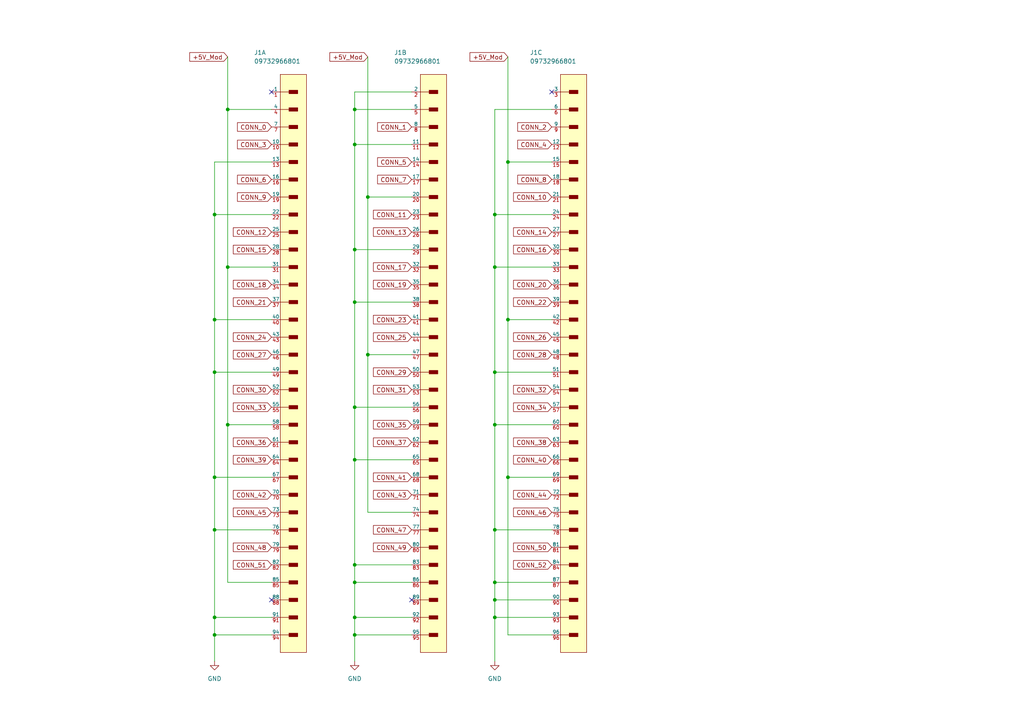
<source format=kicad_sch>
(kicad_sch (version 20211123) (generator eeschema)
  (paper "A4")
  (lib_symbols
    (symbol "Conn-09031966821:09031966921" (pin_names (offset 0))
      (property "Reference" "J" (at 0 7.62 0))
      (property "Value" "09031966921" (at 0 10.16 0))
      (symbol "09031966921_1_1"
        (rectangle (start -12.7 5.08) (end -5.08 -162.56) (fill (type background)))
        (rectangle (start -10.16 -156.972) (end -7.62 -157.988) (fill (type outline)))
        (rectangle (start -10.16 -151.892) (end -7.62 -152.908) (fill (type outline)))
        (rectangle (start -10.16 -146.812) (end -7.62 -147.828) (fill (type outline)))
        (rectangle (start -10.16 -141.732) (end -7.62 -142.748) (fill (type outline)))
        (rectangle (start -10.16 -136.652) (end -7.62 -137.668) (fill (type outline)))
        (rectangle (start -10.16 -131.572) (end -7.62 -132.588) (fill (type outline)))
        (rectangle (start -10.16 -126.492) (end -7.62 -127.508) (fill (type outline)))
        (rectangle (start -10.16 -121.412) (end -7.62 -122.428) (fill (type outline)))
        (rectangle (start -10.16 -116.332) (end -7.62 -117.348) (fill (type outline)))
        (rectangle (start -10.16 -111.252) (end -7.62 -112.268) (fill (type outline)))
        (rectangle (start -10.16 -106.172) (end -7.62 -107.188) (fill (type outline)))
        (rectangle (start -10.16 -101.092) (end -7.62 -102.108) (fill (type outline)))
        (rectangle (start -10.16 -96.012) (end -7.62 -97.028) (fill (type outline)))
        (rectangle (start -10.16 -90.932) (end -7.62 -91.948) (fill (type outline)))
        (rectangle (start -10.16 -85.852) (end -7.62 -86.868) (fill (type outline)))
        (rectangle (start -10.16 -80.772) (end -7.62 -81.788) (fill (type outline)))
        (rectangle (start -10.16 -75.692) (end -7.62 -76.708) (fill (type outline)))
        (rectangle (start -10.16 -70.612) (end -7.62 -71.628) (fill (type outline)))
        (rectangle (start -10.16 -65.532) (end -7.62 -66.548) (fill (type outline)))
        (rectangle (start -10.16 -60.452) (end -7.62 -61.468) (fill (type outline)))
        (rectangle (start -10.16 -55.372) (end -7.62 -56.388) (fill (type outline)))
        (rectangle (start -10.16 -50.292) (end -7.62 -51.308) (fill (type outline)))
        (rectangle (start -10.16 -45.212) (end -7.62 -46.228) (fill (type outline)))
        (rectangle (start -10.16 -40.132) (end -7.62 -41.148) (fill (type outline)))
        (rectangle (start -10.16 -35.052) (end -7.62 -36.068) (fill (type outline)))
        (rectangle (start -10.16 -29.972) (end -7.62 -30.988) (fill (type outline)))
        (rectangle (start -10.16 -24.892) (end -7.62 -25.908) (fill (type outline)))
        (rectangle (start -10.16 -19.812) (end -7.62 -20.828) (fill (type outline)))
        (rectangle (start -10.16 -14.732) (end -7.62 -15.748) (fill (type outline)))
        (rectangle (start -10.16 -9.652) (end -7.62 -10.668) (fill (type outline)))
        (rectangle (start -10.16 -4.572) (end -7.62 -5.588) (fill (type outline)))
        (rectangle (start -10.16 0.508) (end -7.62 -0.508) (fill (type outline)))
        (polyline (pts (xy -8.128 -157.48) (xy -5.08 -157.48)))
        (polyline (pts (xy -8.128 -152.4) (xy -5.08 -152.4)))
        (polyline (pts (xy -8.128 -147.32) (xy -5.08 -147.32)))
        (polyline (pts (xy -8.128 -142.24) (xy -5.08 -142.24)))
        (polyline (pts (xy -8.128 -137.16) (xy -5.08 -137.16)))
        (polyline (pts (xy -8.128 -132.08) (xy -5.08 -132.08)))
        (polyline (pts (xy -8.128 -127) (xy -5.08 -127)))
        (polyline (pts (xy -8.128 -121.92) (xy -5.08 -121.92)))
        (polyline (pts (xy -8.128 -116.84) (xy -5.08 -116.84)))
        (polyline (pts (xy -8.128 -111.76) (xy -5.08 -111.76)))
        (polyline (pts (xy -8.128 -106.68) (xy -5.08 -106.68)))
        (polyline (pts (xy -8.128 -101.6) (xy -5.08 -101.6)))
        (polyline (pts (xy -8.128 -96.52) (xy -5.08 -96.52)))
        (polyline (pts (xy -8.128 -91.44) (xy -5.08 -91.44)))
        (polyline (pts (xy -8.128 -86.36) (xy -5.08 -86.36)))
        (polyline (pts (xy -8.128 -81.28) (xy -5.08 -81.28)))
        (polyline (pts (xy -8.128 -76.2) (xy -5.08 -76.2)))
        (polyline (pts (xy -8.128 -71.12) (xy -5.08 -71.12)))
        (polyline (pts (xy -8.128 -66.04) (xy -5.08 -66.04)))
        (polyline (pts (xy -8.128 -60.96) (xy -5.08 -60.96)))
        (polyline (pts (xy -8.128 -55.88) (xy -5.08 -55.88)))
        (polyline (pts (xy -8.128 -50.8) (xy -5.08 -50.8)))
        (polyline (pts (xy -8.128 -45.72) (xy -5.08 -45.72)))
        (polyline (pts (xy -8.128 -40.64) (xy -5.08 -40.64)))
        (polyline (pts (xy -8.128 -35.56) (xy -5.08 -35.56)))
        (polyline (pts (xy -8.128 -30.48) (xy -5.08 -30.48)))
        (polyline (pts (xy -8.128 -25.4) (xy -5.08 -25.4)))
        (polyline (pts (xy -8.128 -20.32) (xy -5.08 -20.32)))
        (polyline (pts (xy -8.128 -15.24) (xy -5.08 -15.24)))
        (polyline (pts (xy -8.128 -10.16) (xy -5.08 -10.16)))
        (polyline (pts (xy -8.128 -5.08) (xy -5.08 -5.08)))
        (polyline (pts (xy -8.128 0) (xy -5.08 0)))
        (pin passive line (at -2.54 0 180) (length 2.54) (name "1") (number "1"))
        (pin passive line (at -2.54 -15.24 180) (length 2.54) (name "10") (number "10"))
        (pin passive line (at -2.54 -20.32 180) (length 2.54) (name "13") (number "13"))
        (pin passive line (at -2.54 -25.4 180) (length 2.54) (name "16") (number "16"))
        (pin passive line (at -2.54 -30.48 180) (length 2.54) (name "19") (number "19"))
        (pin passive line (at -2.54 -35.56 180) (length 2.54) (name "22") (number "22"))
        (pin passive line (at -2.54 -40.64 180) (length 2.54) (name "25") (number "25"))
        (pin passive line (at -2.54 -45.72 180) (length 2.54) (name "28") (number "28"))
        (pin passive line (at -2.54 -50.8 180) (length 2.54) (name "31") (number "31"))
        (pin passive line (at -2.54 -55.88 180) (length 2.54) (name "34") (number "34"))
        (pin passive line (at -2.54 -60.96 180) (length 2.54) (name "37") (number "37"))
        (pin passive line (at -2.54 -5.08 180) (length 2.54) (name "4") (number "4"))
        (pin passive line (at -2.54 -66.04 180) (length 2.54) (name "40") (number "40"))
        (pin passive line (at -2.54 -71.12 180) (length 2.54) (name "43") (number "43"))
        (pin passive line (at -2.54 -76.2 180) (length 2.54) (name "46") (number "46"))
        (pin passive line (at -2.54 -81.28 180) (length 2.54) (name "49") (number "49"))
        (pin passive line (at -2.54 -86.36 180) (length 2.54) (name "52") (number "52"))
        (pin passive line (at -2.54 -91.44 180) (length 2.54) (name "55") (number "55"))
        (pin passive line (at -2.54 -96.52 180) (length 2.54) (name "58") (number "58"))
        (pin passive line (at -2.54 -101.6 180) (length 2.54) (name "61") (number "61"))
        (pin passive line (at -2.54 -106.68 180) (length 2.54) (name "64") (number "64"))
        (pin passive line (at -2.54 -111.76 180) (length 2.54) (name "67") (number "67"))
        (pin passive line (at -2.54 -10.16 180) (length 2.54) (name "7") (number "7"))
        (pin passive line (at -2.54 -116.84 180) (length 2.54) (name "70") (number "70"))
        (pin passive line (at -2.54 -121.92 180) (length 2.54) (name "73") (number "73"))
        (pin passive line (at -2.54 -127 180) (length 2.54) (name "76") (number "76"))
        (pin passive line (at -2.54 -132.08 180) (length 2.54) (name "79") (number "79"))
        (pin passive line (at -2.54 -137.16 180) (length 2.54) (name "82") (number "82"))
        (pin passive line (at -2.54 -142.24 180) (length 2.54) (name "85") (number "85"))
        (pin passive line (at -2.54 -147.32 180) (length 2.54) (name "88") (number "88"))
        (pin passive line (at -2.54 -152.4 180) (length 2.54) (name "91") (number "91"))
        (pin passive line (at -2.54 -157.48 180) (length 2.54) (name "94") (number "94"))
      )
      (symbol "09031966921_2_1"
        (rectangle (start -12.7 5.08) (end -5.08 -162.56) (fill (type background)))
        (rectangle (start -10.16 -156.972) (end -7.62 -157.988) (fill (type outline)))
        (rectangle (start -10.16 -151.892) (end -7.62 -152.908) (fill (type outline)))
        (rectangle (start -10.16 -146.812) (end -7.62 -147.828) (fill (type outline)))
        (rectangle (start -10.16 -141.732) (end -7.62 -142.748) (fill (type outline)))
        (rectangle (start -10.16 -136.652) (end -7.62 -137.668) (fill (type outline)))
        (rectangle (start -10.16 -131.572) (end -7.62 -132.588) (fill (type outline)))
        (rectangle (start -10.16 -126.492) (end -7.62 -127.508) (fill (type outline)))
        (rectangle (start -10.16 -121.412) (end -7.62 -122.428) (fill (type outline)))
        (rectangle (start -10.16 -116.332) (end -7.62 -117.348) (fill (type outline)))
        (rectangle (start -10.16 -111.252) (end -7.62 -112.268) (fill (type outline)))
        (rectangle (start -10.16 -106.172) (end -7.62 -107.188) (fill (type outline)))
        (rectangle (start -10.16 -101.092) (end -7.62 -102.108) (fill (type outline)))
        (rectangle (start -10.16 -96.012) (end -7.62 -97.028) (fill (type outline)))
        (rectangle (start -10.16 -90.932) (end -7.62 -91.948) (fill (type outline)))
        (rectangle (start -10.16 -85.852) (end -7.62 -86.868) (fill (type outline)))
        (rectangle (start -10.16 -80.772) (end -7.62 -81.788) (fill (type outline)))
        (rectangle (start -10.16 -75.692) (end -7.62 -76.708) (fill (type outline)))
        (rectangle (start -10.16 -70.612) (end -7.62 -71.628) (fill (type outline)))
        (rectangle (start -10.16 -65.532) (end -7.62 -66.548) (fill (type outline)))
        (rectangle (start -10.16 -60.452) (end -7.62 -61.468) (fill (type outline)))
        (rectangle (start -10.16 -55.372) (end -7.62 -56.388) (fill (type outline)))
        (rectangle (start -10.16 -50.292) (end -7.62 -51.308) (fill (type outline)))
        (rectangle (start -10.16 -45.212) (end -7.62 -46.228) (fill (type outline)))
        (rectangle (start -10.16 -40.132) (end -7.62 -41.148) (fill (type outline)))
        (rectangle (start -10.16 -35.052) (end -7.62 -36.068) (fill (type outline)))
        (rectangle (start -10.16 -29.972) (end -7.62 -30.988) (fill (type outline)))
        (rectangle (start -10.16 -24.892) (end -7.62 -25.908) (fill (type outline)))
        (rectangle (start -10.16 -19.812) (end -7.62 -20.828) (fill (type outline)))
        (rectangle (start -10.16 -14.732) (end -7.62 -15.748) (fill (type outline)))
        (rectangle (start -10.16 -9.652) (end -7.62 -10.668) (fill (type outline)))
        (rectangle (start -10.16 -4.572) (end -7.62 -5.588) (fill (type outline)))
        (rectangle (start -10.16 0.508) (end -7.62 -0.508) (fill (type outline)))
        (polyline (pts (xy -8.128 -157.48) (xy -5.08 -157.48)))
        (polyline (pts (xy -8.128 -152.4) (xy -5.08 -152.4)))
        (polyline (pts (xy -8.128 -147.32) (xy -5.08 -147.32)))
        (polyline (pts (xy -8.128 -142.24) (xy -5.08 -142.24)))
        (polyline (pts (xy -8.128 -137.16) (xy -5.08 -137.16)))
        (polyline (pts (xy -8.128 -132.08) (xy -5.08 -132.08)))
        (polyline (pts (xy -8.128 -127) (xy -5.08 -127)))
        (polyline (pts (xy -8.128 -121.92) (xy -5.08 -121.92)))
        (polyline (pts (xy -8.128 -116.84) (xy -5.08 -116.84)))
        (polyline (pts (xy -8.128 -111.76) (xy -5.08 -111.76)))
        (polyline (pts (xy -8.128 -106.68) (xy -5.08 -106.68)))
        (polyline (pts (xy -8.128 -101.6) (xy -5.08 -101.6)))
        (polyline (pts (xy -8.128 -96.52) (xy -5.08 -96.52)))
        (polyline (pts (xy -8.128 -91.44) (xy -5.08 -91.44)))
        (polyline (pts (xy -8.128 -86.36) (xy -5.08 -86.36)))
        (polyline (pts (xy -8.128 -81.28) (xy -5.08 -81.28)))
        (polyline (pts (xy -8.128 -76.2) (xy -5.08 -76.2)))
        (polyline (pts (xy -8.128 -71.12) (xy -5.08 -71.12)))
        (polyline (pts (xy -8.128 -66.04) (xy -5.08 -66.04)))
        (polyline (pts (xy -8.128 -60.96) (xy -5.08 -60.96)))
        (polyline (pts (xy -8.128 -55.88) (xy -5.08 -55.88)))
        (polyline (pts (xy -8.128 -50.8) (xy -5.08 -50.8)))
        (polyline (pts (xy -8.128 -45.72) (xy -5.08 -45.72)))
        (polyline (pts (xy -8.128 -40.64) (xy -5.08 -40.64)))
        (polyline (pts (xy -8.128 -35.56) (xy -5.08 -35.56)))
        (polyline (pts (xy -8.128 -30.48) (xy -5.08 -30.48)))
        (polyline (pts (xy -8.128 -25.4) (xy -5.08 -25.4)))
        (polyline (pts (xy -8.128 -20.32) (xy -5.08 -20.32)))
        (polyline (pts (xy -8.128 -15.24) (xy -5.08 -15.24)))
        (polyline (pts (xy -8.128 -10.16) (xy -5.08 -10.16)))
        (polyline (pts (xy -8.128 -5.08) (xy -5.08 -5.08)))
        (polyline (pts (xy -8.128 0) (xy -5.08 0)))
        (pin passive line (at -2.54 -15.24 180) (length 2.54) (name "11") (number "11"))
        (pin passive line (at -2.54 -20.32 180) (length 2.54) (name "14") (number "14"))
        (pin passive line (at -2.54 -25.4 180) (length 2.54) (name "17") (number "17"))
        (pin passive line (at -2.54 0 180) (length 2.54) (name "2") (number "2"))
        (pin passive line (at -2.54 -30.48 180) (length 2.54) (name "20") (number "20"))
        (pin passive line (at -2.54 -35.56 180) (length 2.54) (name "23") (number "23"))
        (pin passive line (at -2.54 -40.64 180) (length 2.54) (name "26") (number "26"))
        (pin passive line (at -2.54 -45.72 180) (length 2.54) (name "29") (number "29"))
        (pin passive line (at -2.54 -50.8 180) (length 2.54) (name "32") (number "32"))
        (pin passive line (at -2.54 -55.88 180) (length 2.54) (name "35") (number "35"))
        (pin passive line (at -2.54 -60.96 180) (length 2.54) (name "38") (number "38"))
        (pin passive line (at -2.54 -66.04 180) (length 2.54) (name "41") (number "41"))
        (pin passive line (at -2.54 -71.12 180) (length 2.54) (name "44") (number "44"))
        (pin passive line (at -2.54 -76.2 180) (length 2.54) (name "47") (number "47"))
        (pin passive line (at -2.54 -5.08 180) (length 2.54) (name "5") (number "5"))
        (pin passive line (at -2.54 -81.28 180) (length 2.54) (name "50") (number "50"))
        (pin passive line (at -2.54 -86.36 180) (length 2.54) (name "53") (number "53"))
        (pin passive line (at -2.54 -91.44 180) (length 2.54) (name "56") (number "56"))
        (pin passive line (at -2.54 -96.52 180) (length 2.54) (name "59") (number "59"))
        (pin passive line (at -2.54 -101.6 180) (length 2.54) (name "62") (number "62"))
        (pin passive line (at -2.54 -106.68 180) (length 2.54) (name "65") (number "65"))
        (pin passive line (at -2.54 -111.76 180) (length 2.54) (name "68") (number "68"))
        (pin passive line (at -2.54 -116.84 180) (length 2.54) (name "71") (number "71"))
        (pin passive line (at -2.54 -121.92 180) (length 2.54) (name "74") (number "74"))
        (pin passive line (at -2.54 -127 180) (length 2.54) (name "77") (number "77"))
        (pin passive line (at -2.54 -10.16 180) (length 2.54) (name "8") (number "8"))
        (pin passive line (at -2.54 -132.08 180) (length 2.54) (name "80") (number "80"))
        (pin passive line (at -2.54 -137.16 180) (length 2.54) (name "83") (number "83"))
        (pin passive line (at -2.54 -142.24 180) (length 2.54) (name "86") (number "86"))
        (pin passive line (at -2.54 -147.32 180) (length 2.54) (name "89") (number "89"))
        (pin passive line (at -2.54 -152.4 180) (length 2.54) (name "92") (number "92"))
        (pin passive line (at -2.54 -157.48 180) (length 2.54) (name "95") (number "95"))
      )
      (symbol "09031966921_3_1"
        (rectangle (start -12.7 5.08) (end -5.08 -162.56) (fill (type background)))
        (rectangle (start -10.16 -156.972) (end -7.62 -157.988) (fill (type outline)))
        (rectangle (start -10.16 -151.892) (end -7.62 -152.908) (fill (type outline)))
        (rectangle (start -10.16 -146.812) (end -7.62 -147.828) (fill (type outline)))
        (rectangle (start -10.16 -141.732) (end -7.62 -142.748) (fill (type outline)))
        (rectangle (start -10.16 -136.652) (end -7.62 -137.668) (fill (type outline)))
        (rectangle (start -10.16 -131.572) (end -7.62 -132.588) (fill (type outline)))
        (rectangle (start -10.16 -126.492) (end -7.62 -127.508) (fill (type outline)))
        (rectangle (start -10.16 -121.412) (end -7.62 -122.428) (fill (type outline)))
        (rectangle (start -10.16 -116.332) (end -7.62 -117.348) (fill (type outline)))
        (rectangle (start -10.16 -111.252) (end -7.62 -112.268) (fill (type outline)))
        (rectangle (start -10.16 -106.172) (end -7.62 -107.188) (fill (type outline)))
        (rectangle (start -10.16 -101.092) (end -7.62 -102.108) (fill (type outline)))
        (rectangle (start -10.16 -96.012) (end -7.62 -97.028) (fill (type outline)))
        (rectangle (start -10.16 -90.932) (end -7.62 -91.948) (fill (type outline)))
        (rectangle (start -10.16 -85.852) (end -7.62 -86.868) (fill (type outline)))
        (rectangle (start -10.16 -80.772) (end -7.62 -81.788) (fill (type outline)))
        (rectangle (start -10.16 -75.692) (end -7.62 -76.708) (fill (type outline)))
        (rectangle (start -10.16 -70.612) (end -7.62 -71.628) (fill (type outline)))
        (rectangle (start -10.16 -65.532) (end -7.62 -66.548) (fill (type outline)))
        (rectangle (start -10.16 -60.452) (end -7.62 -61.468) (fill (type outline)))
        (rectangle (start -10.16 -55.372) (end -7.62 -56.388) (fill (type outline)))
        (rectangle (start -10.16 -50.292) (end -7.62 -51.308) (fill (type outline)))
        (rectangle (start -10.16 -45.212) (end -7.62 -46.228) (fill (type outline)))
        (rectangle (start -10.16 -40.132) (end -7.62 -41.148) (fill (type outline)))
        (rectangle (start -10.16 -35.052) (end -7.62 -36.068) (fill (type outline)))
        (rectangle (start -10.16 -29.972) (end -7.62 -30.988) (fill (type outline)))
        (rectangle (start -10.16 -24.892) (end -7.62 -25.908) (fill (type outline)))
        (rectangle (start -10.16 -19.812) (end -7.62 -20.828) (fill (type outline)))
        (rectangle (start -10.16 -14.732) (end -7.62 -15.748) (fill (type outline)))
        (rectangle (start -10.16 -9.652) (end -7.62 -10.668) (fill (type outline)))
        (rectangle (start -10.16 -4.572) (end -7.62 -5.588) (fill (type outline)))
        (rectangle (start -10.16 0.508) (end -7.62 -0.508) (fill (type outline)))
        (polyline (pts (xy -8.128 -157.48) (xy -5.08 -157.48)))
        (polyline (pts (xy -8.128 -152.4) (xy -5.08 -152.4)))
        (polyline (pts (xy -8.128 -147.32) (xy -5.08 -147.32)))
        (polyline (pts (xy -8.128 -142.24) (xy -5.08 -142.24)))
        (polyline (pts (xy -8.128 -137.16) (xy -5.08 -137.16)))
        (polyline (pts (xy -8.128 -132.08) (xy -5.08 -132.08)))
        (polyline (pts (xy -8.128 -127) (xy -5.08 -127)))
        (polyline (pts (xy -8.128 -121.92) (xy -5.08 -121.92)))
        (polyline (pts (xy -8.128 -116.84) (xy -5.08 -116.84)))
        (polyline (pts (xy -8.128 -111.76) (xy -5.08 -111.76)))
        (polyline (pts (xy -8.128 -106.68) (xy -5.08 -106.68)))
        (polyline (pts (xy -8.128 -101.6) (xy -5.08 -101.6)))
        (polyline (pts (xy -8.128 -96.52) (xy -5.08 -96.52)))
        (polyline (pts (xy -8.128 -91.44) (xy -5.08 -91.44)))
        (polyline (pts (xy -8.128 -86.36) (xy -5.08 -86.36)))
        (polyline (pts (xy -8.128 -81.28) (xy -5.08 -81.28)))
        (polyline (pts (xy -8.128 -76.2) (xy -5.08 -76.2)))
        (polyline (pts (xy -8.128 -71.12) (xy -5.08 -71.12)))
        (polyline (pts (xy -8.128 -66.04) (xy -5.08 -66.04)))
        (polyline (pts (xy -8.128 -60.96) (xy -5.08 -60.96)))
        (polyline (pts (xy -8.128 -55.88) (xy -5.08 -55.88)))
        (polyline (pts (xy -8.128 -50.8) (xy -5.08 -50.8)))
        (polyline (pts (xy -8.128 -45.72) (xy -5.08 -45.72)))
        (polyline (pts (xy -8.128 -40.64) (xy -5.08 -40.64)))
        (polyline (pts (xy -8.128 -35.56) (xy -5.08 -35.56)))
        (polyline (pts (xy -8.128 -30.48) (xy -5.08 -30.48)))
        (polyline (pts (xy -8.128 -25.4) (xy -5.08 -25.4)))
        (polyline (pts (xy -8.128 -20.32) (xy -5.08 -20.32)))
        (polyline (pts (xy -8.128 -15.24) (xy -5.08 -15.24)))
        (polyline (pts (xy -8.128 -10.16) (xy -5.08 -10.16)))
        (polyline (pts (xy -8.128 -5.08) (xy -5.08 -5.08)))
        (polyline (pts (xy -8.128 0) (xy -5.08 0)))
        (pin passive line (at -2.54 -15.24 180) (length 2.54) (name "12") (number "12"))
        (pin passive line (at -2.54 -20.32 180) (length 2.54) (name "15") (number "15"))
        (pin passive line (at -2.54 -25.4 180) (length 2.54) (name "18") (number "18"))
        (pin passive line (at -2.54 -30.48 180) (length 2.54) (name "21") (number "21"))
        (pin passive line (at -2.54 -35.56 180) (length 2.54) (name "24") (number "24"))
        (pin passive line (at -2.54 -40.64 180) (length 2.54) (name "27") (number "27"))
        (pin passive line (at -2.54 0 180) (length 2.54) (name "3") (number "3"))
        (pin passive line (at -2.54 -45.72 180) (length 2.54) (name "30") (number "30"))
        (pin passive line (at -2.54 -50.8 180) (length 2.54) (name "33") (number "33"))
        (pin passive line (at -2.54 -55.88 180) (length 2.54) (name "36") (number "36"))
        (pin passive line (at -2.54 -60.96 180) (length 2.54) (name "39") (number "39"))
        (pin passive line (at -2.54 -66.04 180) (length 2.54) (name "42") (number "42"))
        (pin passive line (at -2.54 -71.12 180) (length 2.54) (name "45") (number "45"))
        (pin passive line (at -2.54 -76.2 180) (length 2.54) (name "48") (number "48"))
        (pin passive line (at -2.54 -81.28 180) (length 2.54) (name "51") (number "51"))
        (pin passive line (at -2.54 -86.36 180) (length 2.54) (name "54") (number "54"))
        (pin passive line (at -2.54 -91.44 180) (length 2.54) (name "57") (number "57"))
        (pin passive line (at -2.54 -5.08 180) (length 2.54) (name "6") (number "6"))
        (pin passive line (at -2.54 -96.52 180) (length 2.54) (name "60") (number "60"))
        (pin passive line (at -2.54 -101.6 180) (length 2.54) (name "63") (number "63"))
        (pin passive line (at -2.54 -106.68 180) (length 2.54) (name "66") (number "66"))
        (pin passive line (at -2.54 -111.76 180) (length 2.54) (name "69") (number "69"))
        (pin passive line (at -2.54 -116.84 180) (length 2.54) (name "72") (number "72"))
        (pin passive line (at -2.54 -121.92 180) (length 2.54) (name "75") (number "75"))
        (pin passive line (at -2.54 -127 180) (length 2.54) (name "78") (number "78"))
        (pin passive line (at -2.54 -132.08 180) (length 2.54) (name "81") (number "81"))
        (pin passive line (at -2.54 -137.16 180) (length 2.54) (name "84") (number "84"))
        (pin passive line (at -2.54 -142.24 180) (length 2.54) (name "87") (number "87"))
        (pin passive line (at -2.54 -10.16 180) (length 2.54) (name "9") (number "9"))
        (pin passive line (at -2.54 -147.32 180) (length 2.54) (name "90") (number "90"))
        (pin passive line (at -2.54 -152.4 180) (length 2.54) (name "93") (number "93"))
        (pin passive line (at -2.54 -157.48 180) (length 2.54) (name "96") (number "96"))
      )
    )
    (symbol "power:GND" (power) (pin_names (offset 0))
      (property "Value" "GND" (at 0 -3.81 0))
      (symbol "GND_0_1"
        (polyline (pts (xy 0 0) (xy 0 -1.27) (xy 1.27 -1.27) (xy 0 -2.54) (xy -1.27 -1.27) (xy 0 -1.27)))
      )
      (symbol "GND_1_1"
        (pin power_in line (at 0 0 270) (length 0) hide (name "GND") (number "1"))
      )
    )
  )
  (junction (at 143.51 168.91))
  (junction (at 102.87 163.83))
  (junction (at 62.23 184.15))
  (junction (at 62.23 107.95))
  (junction (at 143.51 77.47))
  (junction (at 66.04 31.75))
  (junction (at 102.87 72.39))
  (junction (at 143.51 107.95))
  (junction (at 102.87 87.63))
  (junction (at 143.51 62.23))
  (junction (at 106.68 102.87))
  (junction (at 62.23 92.71))
  (junction (at 66.04 77.47))
  (junction (at 143.51 123.19))
  (junction (at 102.87 41.91))
  (junction (at 62.23 62.23))
  (junction (at 147.32 138.43))
  (junction (at 102.87 118.11))
  (junction (at 62.23 138.43))
  (junction (at 147.32 46.99))
  (junction (at 66.04 123.19))
  (junction (at 62.23 179.07))
  (junction (at 143.51 173.99))
  (junction (at 106.68 57.15))
  (junction (at 143.51 153.67))
  (junction (at 102.87 179.07))
  (junction (at 102.87 184.15))
  (junction (at 147.32 92.71))
  (junction (at 62.23 153.67))
  (junction (at 102.87 133.35))
  (junction (at 143.51 179.07))
  (junction (at 102.87 31.75))
  (junction (at 102.87 168.91))
  (no_connect (at 78.74 26.67))
  (no_connect (at 119.38 173.99))
  (no_connect (at 78.74 173.99))
  (no_connect (at 160.02 26.67))
  (wire (pts (xy 102.87 168.91) (xy 102.87 179.07)))
  (wire (pts (xy 102.87 163.83) (xy 102.87 168.91)))
  (wire (pts (xy 102.87 184.15) (xy 119.38 184.15)))
  (wire (pts (xy 106.68 102.87) (xy 106.68 148.59)))
  (wire (pts (xy 102.87 41.91) (xy 102.87 72.39)))
  (wire (pts (xy 62.23 62.23) (xy 62.23 92.71)))
  (wire (pts (xy 143.51 107.95) (xy 160.02 107.95)))
  (wire (pts (xy 102.87 87.63) (xy 119.38 87.63)))
  (wire (pts (xy 62.23 62.23) (xy 78.74 62.23)))
  (wire (pts (xy 143.51 107.95) (xy 143.51 123.19)))
  (wire (pts (xy 143.51 179.07) (xy 160.02 179.07)))
  (wire (pts (xy 143.51 62.23) (xy 143.51 77.47)))
  (wire (pts (xy 66.04 31.75) (xy 66.04 77.47)))
  (wire (pts (xy 66.04 123.19) (xy 66.04 168.91)))
  (wire (pts (xy 62.23 107.95) (xy 78.74 107.95)))
  (wire (pts (xy 143.51 77.47) (xy 143.51 107.95)))
  (wire (pts (xy 102.87 179.07) (xy 102.87 184.15)))
  (wire (pts (xy 102.87 26.67) (xy 119.38 26.67)))
  (wire (pts (xy 102.87 168.91) (xy 119.38 168.91)))
  (wire (pts (xy 147.32 138.43) (xy 147.32 184.15)))
  (wire (pts (xy 143.51 173.99) (xy 143.51 179.07)))
  (wire (pts (xy 102.87 133.35) (xy 102.87 163.83)))
  (wire (pts (xy 102.87 179.07) (xy 119.38 179.07)))
  (wire (pts (xy 147.32 92.71) (xy 147.32 138.43)))
  (wire (pts (xy 102.87 31.75) (xy 102.87 41.91)))
  (wire (pts (xy 62.23 153.67) (xy 62.23 179.07)))
  (wire (pts (xy 106.68 57.15) (xy 119.38 57.15)))
  (wire (pts (xy 62.23 107.95) (xy 62.23 138.43)))
  (wire (pts (xy 102.87 31.75) (xy 119.38 31.75)))
  (wire (pts (xy 102.87 87.63) (xy 102.87 118.11)))
  (wire (pts (xy 106.68 148.59) (xy 119.38 148.59)))
  (wire (pts (xy 143.51 153.67) (xy 143.51 168.91)))
  (wire (pts (xy 147.32 16.51) (xy 147.32 46.99)))
  (wire (pts (xy 143.51 62.23) (xy 160.02 62.23)))
  (wire (pts (xy 62.23 92.71) (xy 62.23 107.95)))
  (wire (pts (xy 66.04 168.91) (xy 78.74 168.91)))
  (wire (pts (xy 102.87 118.11) (xy 119.38 118.11)))
  (wire (pts (xy 66.04 16.51) (xy 66.04 31.75)))
  (wire (pts (xy 147.32 92.71) (xy 160.02 92.71)))
  (wire (pts (xy 62.23 184.15) (xy 62.23 191.77)))
  (wire (pts (xy 147.32 184.15) (xy 160.02 184.15)))
  (wire (pts (xy 102.87 133.35) (xy 119.38 133.35)))
  (wire (pts (xy 143.51 168.91) (xy 143.51 173.99)))
  (wire (pts (xy 143.51 31.75) (xy 143.51 62.23)))
  (wire (pts (xy 62.23 179.07) (xy 78.74 179.07)))
  (wire (pts (xy 143.51 123.19) (xy 143.51 153.67)))
  (wire (pts (xy 66.04 77.47) (xy 66.04 123.19)))
  (wire (pts (xy 62.23 138.43) (xy 62.23 153.67)))
  (wire (pts (xy 143.51 31.75) (xy 160.02 31.75)))
  (wire (pts (xy 102.87 26.67) (xy 102.87 31.75)))
  (wire (pts (xy 143.51 173.99) (xy 160.02 173.99)))
  (wire (pts (xy 143.51 123.19) (xy 160.02 123.19)))
  (wire (pts (xy 62.23 153.67) (xy 78.74 153.67)))
  (wire (pts (xy 143.51 77.47) (xy 160.02 77.47)))
  (wire (pts (xy 102.87 163.83) (xy 119.38 163.83)))
  (wire (pts (xy 66.04 123.19) (xy 78.74 123.19)))
  (wire (pts (xy 62.23 184.15) (xy 78.74 184.15)))
  (wire (pts (xy 102.87 72.39) (xy 102.87 87.63)))
  (wire (pts (xy 66.04 77.47) (xy 78.74 77.47)))
  (wire (pts (xy 143.51 153.67) (xy 160.02 153.67)))
  (wire (pts (xy 143.51 168.91) (xy 160.02 168.91)))
  (wire (pts (xy 143.51 179.07) (xy 143.51 191.77)))
  (wire (pts (xy 102.87 72.39) (xy 119.38 72.39)))
  (wire (pts (xy 62.23 138.43) (xy 78.74 138.43)))
  (wire (pts (xy 102.87 118.11) (xy 102.87 133.35)))
  (wire (pts (xy 147.32 46.99) (xy 147.32 92.71)))
  (wire (pts (xy 62.23 179.07) (xy 62.23 184.15)))
  (wire (pts (xy 106.68 57.15) (xy 106.68 102.87)))
  (wire (pts (xy 62.23 46.99) (xy 78.74 46.99)))
  (wire (pts (xy 147.32 46.99) (xy 160.02 46.99)))
  (wire (pts (xy 62.23 46.99) (xy 62.23 62.23)))
  (wire (pts (xy 102.87 41.91) (xy 119.38 41.91)))
  (wire (pts (xy 66.04 31.75) (xy 78.74 31.75)))
  (wire (pts (xy 62.23 92.71) (xy 78.74 92.71)))
  (wire (pts (xy 106.68 102.87) (xy 119.38 102.87)))
  (wire (pts (xy 102.87 184.15) (xy 102.87 191.77)))
  (wire (pts (xy 147.32 138.43) (xy 160.02 138.43)))
  (wire (pts (xy 106.68 16.51) (xy 106.68 57.15)))
  (global_label "CONN_20" (shape input) (at 160.02 82.55 180) (property "Intersheet References" "${INTERSHEET_REFS}" (at 147.6888 82.4706 0) (effects (justify right))))
  (global_label "CONN_30" (shape input) (at 78.74 113.03 180) (property "Intersheet References" "${INTERSHEET_REFS}" (at 66.4088 112.9506 0) (effects (justify right))))
  (global_label "CONN_29" (shape input) (at 119.38 107.95 180) (property "Intersheet References" "${INTERSHEET_REFS}" (at 107.0488 107.8706 0) (effects (justify right))))
  (global_label "CONN_5" (shape input) (at 119.38 46.99 180) (property "Intersheet References" "${INTERSHEET_REFS}" (at 109.5283 46.9106 0) (effects (justify right))))
  (global_label "CONN_25" (shape input) (at 119.38 97.79 180) (property "Intersheet References" "${INTERSHEET_REFS}" (at 107.0488 97.7106 0) (effects (justify right))))
  (global_label "CONN_37" (shape input) (at 119.38 128.27 180) (property "Intersheet References" "${INTERSHEET_REFS}" (at 107.0488 128.1906 0) (effects (justify right))))
  (global_label "CONN_44" (shape input) (at 160.02 143.51 180) (property "Intersheet References" "${INTERSHEET_REFS}" (at 147.6888 143.4306 0) (effects (justify right))))
  (global_label "CONN_45" (shape input) (at 78.74 148.59 180) (property "Intersheet References" "${INTERSHEET_REFS}" (at 66.4088 148.5106 0) (effects (justify right))))
  (global_label "CONN_4" (shape input) (at 160.02 41.91 180) (property "Intersheet References" "${INTERSHEET_REFS}" (at 150.1683 41.8306 0) (effects (justify right))))
  (global_label "CONN_48" (shape input) (at 78.74 158.75 180) (property "Intersheet References" "${INTERSHEET_REFS}" (at 66.4088 158.6706 0) (effects (justify right))))
  (global_label "CONN_22" (shape input) (at 160.02 87.63 180) (property "Intersheet References" "${INTERSHEET_REFS}" (at 147.6888 87.5506 0) (effects (justify right))))
  (global_label "CONN_0" (shape input) (at 78.74 36.83 180) (property "Intersheet References" "${INTERSHEET_REFS}" (at 68.8883 36.7506 0) (effects (justify right))))
  (global_label "CONN_24" (shape input) (at 78.74 97.79 180) (property "Intersheet References" "${INTERSHEET_REFS}" (at 66.4088 97.7106 0) (effects (justify right))))
  (global_label "CONN_47" (shape input) (at 119.38 153.67 180) (property "Intersheet References" "${INTERSHEET_REFS}" (at 107.0488 153.5906 0) (effects (justify right))))
  (global_label "CONN_50" (shape input) (at 160.02 158.75 180) (property "Intersheet References" "${INTERSHEET_REFS}" (at 147.6888 158.6706 0) (effects (justify right))))
  (global_label "CONN_52" (shape input) (at 160.02 163.83 180) (property "Intersheet References" "${INTERSHEET_REFS}" (at 147.6888 163.7506 0) (effects (justify right))))
  (global_label "CONN_28" (shape input) (at 160.02 102.87 180) (property "Intersheet References" "${INTERSHEET_REFS}" (at 147.6888 102.7906 0) (effects (justify right))))
  (global_label "CONN_17" (shape input) (at 119.38 77.47 180) (property "Intersheet References" "${INTERSHEET_REFS}" (at 107.0488 77.3906 0) (effects (justify right))))
  (global_label "CONN_51" (shape input) (at 78.74 163.83 180) (property "Intersheet References" "${INTERSHEET_REFS}" (at 66.4088 163.7506 0) (effects (justify right))))
  (global_label "CONN_38" (shape input) (at 160.02 128.27 180) (property "Intersheet References" "${INTERSHEET_REFS}" (at 147.6888 128.1906 0) (effects (justify right))))
  (global_label "CONN_26" (shape input) (at 160.02 97.79 180) (property "Intersheet References" "${INTERSHEET_REFS}" (at 147.6888 97.7106 0) (effects (justify right))))
  (global_label "+5V_Mod" (shape input) (at 66.04 16.51 180) (property "Intersheet References" "${INTERSHEET_REFS}" (at 55.0393 16.4306 0) (effects (justify right))))
  (global_label "CONN_13" (shape input) (at 119.38 67.31 180) (property "Intersheet References" "${INTERSHEET_REFS}" (at 107.0488 67.2306 0) (effects (justify right))))
  (global_label "CONN_6" (shape input) (at 78.74 52.07 180) (property "Intersheet References" "${INTERSHEET_REFS}" (at 68.8883 51.9906 0) (effects (justify right))))
  (global_label "CONN_43" (shape input) (at 119.38 143.51 180) (property "Intersheet References" "${INTERSHEET_REFS}" (at 107.0488 143.4306 0) (effects (justify right))))
  (global_label "CONN_2" (shape input) (at 160.02 36.83 180) (property "Intersheet References" "${INTERSHEET_REFS}" (at 150.1683 36.7506 0) (effects (justify right))))
  (global_label "CONN_36" (shape input) (at 78.74 128.27 180) (property "Intersheet References" "${INTERSHEET_REFS}" (at 66.4088 128.1906 0) (effects (justify right))))
  (global_label "CONN_18" (shape input) (at 78.74 82.55 180) (property "Intersheet References" "${INTERSHEET_REFS}" (at 66.4088 82.4706 0) (effects (justify right))))
  (global_label "+5V_Mod" (shape input) (at 147.32 16.51 180) (property "Intersheet References" "${INTERSHEET_REFS}" (at 136.3193 16.4306 0) (effects (justify right))))
  (global_label "CONN_15" (shape input) (at 78.74 72.39 180) (property "Intersheet References" "${INTERSHEET_REFS}" (at 66.4088 72.3106 0) (effects (justify right))))
  (global_label "+5V_Mod" (shape input) (at 106.68 16.51 180) (property "Intersheet References" "${INTERSHEET_REFS}" (at 95.6793 16.4306 0) (effects (justify right))))
  (global_label "CONN_10" (shape input) (at 160.02 57.15 180) (property "Intersheet References" "${INTERSHEET_REFS}" (at 147.6888 57.0706 0) (effects (justify right))))
  (global_label "CONN_42" (shape input) (at 78.74 143.51 180) (property "Intersheet References" "${INTERSHEET_REFS}" (at 66.4088 143.4306 0) (effects (justify right))))
  (global_label "CONN_3" (shape input) (at 78.74 41.91 180) (property "Intersheet References" "${INTERSHEET_REFS}" (at 68.8883 41.8306 0) (effects (justify right))))
  (global_label "CONN_8" (shape input) (at 160.02 52.07 180) (property "Intersheet References" "${INTERSHEET_REFS}" (at 150.1683 51.9906 0) (effects (justify right))))
  (global_label "CONN_19" (shape input) (at 119.38 82.55 180) (property "Intersheet References" "${INTERSHEET_REFS}" (at 107.0488 82.4706 0) (effects (justify right))))
  (global_label "CONN_23" (shape input) (at 119.38 92.71 180) (property "Intersheet References" "${INTERSHEET_REFS}" (at 107.0488 92.6306 0) (effects (justify right))))
  (global_label "CONN_31" (shape input) (at 119.38 113.03 180) (property "Intersheet References" "${INTERSHEET_REFS}" (at 107.0488 112.9506 0) (effects (justify right))))
  (global_label "CONN_7" (shape input) (at 119.38 52.07 180) (property "Intersheet References" "${INTERSHEET_REFS}" (at 109.5283 51.9906 0) (effects (justify right))))
  (global_label "CONN_32" (shape input) (at 160.02 113.03 180) (property "Intersheet References" "${INTERSHEET_REFS}" (at 147.6888 112.9506 0) (effects (justify right))))
  (global_label "CONN_35" (shape input) (at 119.38 123.19 180) (property "Intersheet References" "${INTERSHEET_REFS}" (at 107.0488 123.1106 0) (effects (justify right))))
  (global_label "CONN_9" (shape input) (at 78.74 57.15 180) (property "Intersheet References" "${INTERSHEET_REFS}" (at 68.8883 57.0706 0) (effects (justify right))))
  (global_label "CONN_34" (shape input) (at 160.02 118.11 180) (property "Intersheet References" "${INTERSHEET_REFS}" (at 147.6888 118.0306 0) (effects (justify right))))
  (global_label "CONN_11" (shape input) (at 119.38 62.23 180) (property "Intersheet References" "${INTERSHEET_REFS}" (at 107.0488 62.1506 0) (effects (justify right))))
  (global_label "CONN_16" (shape input) (at 160.02 72.39 180) (property "Intersheet References" "${INTERSHEET_REFS}" (at 147.6888 72.3106 0) (effects (justify right))))
  (global_label "CONN_33" (shape input) (at 78.74 118.11 180) (property "Intersheet References" "${INTERSHEET_REFS}" (at 66.4088 118.0306 0) (effects (justify right))))
  (global_label "CONN_39" (shape input) (at 78.74 133.35 180) (property "Intersheet References" "${INTERSHEET_REFS}" (at 66.4088 133.2706 0) (effects (justify right))))
  (global_label "CONN_40" (shape input) (at 160.02 133.35 180) (property "Intersheet References" "${INTERSHEET_REFS}" (at 147.6888 133.2706 0) (effects (justify right))))
  (global_label "CONN_46" (shape input) (at 160.02 148.59 180) (property "Intersheet References" "${INTERSHEET_REFS}" (at 147.6888 148.5106 0) (effects (justify right))))
  (global_label "CONN_49" (shape input) (at 119.38 158.75 180) (property "Intersheet References" "${INTERSHEET_REFS}" (at 107.0488 158.6706 0) (effects (justify right))))
  (global_label "CONN_41" (shape input) (at 119.38 138.43 180) (property "Intersheet References" "${INTERSHEET_REFS}" (at 107.0488 138.3506 0) (effects (justify right))))
  (global_label "CONN_12" (shape input) (at 78.74 67.31 180) (property "Intersheet References" "${INTERSHEET_REFS}" (at 66.4088 67.2306 0) (effects (justify right))))
  (global_label "CONN_27" (shape input) (at 78.74 102.87 180) (property "Intersheet References" "${INTERSHEET_REFS}" (at 66.4088 102.7906 0) (effects (justify right))))
  (global_label "CONN_1" (shape input) (at 119.38 36.83 180) (property "Intersheet References" "${INTERSHEET_REFS}" (at 109.5283 36.7506 0) (effects (justify right))))
  (global_label "CONN_14" (shape input) (at 160.02 67.31 180) (property "Intersheet References" "${INTERSHEET_REFS}" (at 147.6888 67.2306 0) (effects (justify right))))
  (global_label "CONN_21" (shape input) (at 78.74 87.63 180) (property "Intersheet References" "${INTERSHEET_REFS}" (at 66.4088 87.5506 0) (effects (justify right))))
  (symbol (lib_id "Conn-09031966821:09031966921") (at 116.84 26.67 0) (mirror y) (unit 2)
    (property "Reference" "J1" (at 114.3 15.24 0) (effects (justify right)))
    (property "Value" "09732966801" (at 114.3 17.78 0) (effects (justify right)))
    (property "Footprint" "09031966821:Harting-09031966921-0-0-0" (effects hide))
    (property "Datasheet" "https://b2b.harting.com/files/download/PRD/PDF_DS/09031200203_100580339DRW000B.pdf" (effects hide))
    (property "category" "Conn" (effects hide))
    (property "contact material" "Gold,Tin" (effects hide))
    (property "current rating" "2A" (effects hide))
    (property "device class L1" "Connectors" (effects hide))
    (property "device class L2" "Headers and Wire Housings" (effects hide))
    (property "device class L3" "unset" (effects hide))
    (property "digikey description" "DIN-SIGNAL C096MS-3,0C1-2" (effects hide))
    (property "digikey part number" "1195-1155-ND" (effects hide))
    (property "footprint url" "https://b2b.harting.com/files/download/PRD/PDF_TS/0903196X921_100072506DRW318C.pdf" (effects hide))
    (property "height" "11mm" (effects hide))
    (property "is connector" "yes" (effects hide))
    (property "is male" "yes" (effects hide))
    (property "lead free" "yes" (effects hide))
    (property "library id" "da8e1b99bd9ebd5c" (effects hide))
    (property "manufacturer" "Harting" (effects hide))
    (property "mouser part number" "617-09-03-196-6921" (effects hide))
    (property "number of contacts" "96" (effects hide))
    (property "number of rows" "3" (effects hide))
    (property "package" "HDR96" (effects hide))
    (property "rohs" "yes" (effects hide))
    (property "temperature range high" "+125°C" (effects hide))
    (property "temperature range low" "-55°C" (effects hide))
    (property "Part Number" "09732966801" (effects hide))
  )
  (symbol (lib_id "Conn-09031966821:09031966921") (at 76.2 26.67 0) (mirror y) (unit 1)
    (property "Reference" "J1" (at 73.66 15.24 0) (effects (justify right)))
    (property "Value" "09732966801" (at 73.66 17.78 0) (effects (justify right)))
    (property "Footprint" "09031966821:Harting-09031966921-0-0-0" (effects hide))
    (property "Datasheet" "https://b2b.harting.com/files/download/PRD/PDF_DS/09031200203_100580339DRW000B.pdf" (effects hide))
    (property "category" "Conn" (effects hide))
    (property "contact material" "Gold,Tin" (effects hide))
    (property "current rating" "2A" (effects hide))
    (property "device class L1" "Connectors" (effects hide))
    (property "device class L2" "Headers and Wire Housings" (effects hide))
    (property "device class L3" "unset" (effects hide))
    (property "digikey description" "DIN-SIGNAL C096MS-3,0C1-2" (effects hide))
    (property "digikey part number" "1195-1155-ND" (effects hide))
    (property "footprint url" "https://b2b.harting.com/files/download/PRD/PDF_TS/0903196X921_100072506DRW318C.pdf" (effects hide))
    (property "height" "11mm" (effects hide))
    (property "is connector" "yes" (effects hide))
    (property "is male" "yes" (effects hide))
    (property "lead free" "yes" (effects hide))
    (property "library id" "da8e1b99bd9ebd5c" (effects hide))
    (property "manufacturer" "Harting" (effects hide))
    (property "mouser part number" "617-09-03-196-6921" (effects hide))
    (property "number of contacts" "96" (effects hide))
    (property "number of rows" "3" (effects hide))
    (property "package" "HDR96" (effects hide))
    (property "rohs" "yes" (effects hide))
    (property "temperature range high" "+125°C" (effects hide))
    (property "temperature range low" "-55°C" (effects hide))
    (property "Part Number" "09732966801" (effects hide))
  )
  (symbol (lib_id "power:GND") (at 62.23 191.77 0) (unit 1)
    (property "Reference" "#PWR036" (effects hide))
    (property "Value" "GND" (at 62.23 196.85 0))
  )
  (symbol (lib_id "power:GND") (at 102.87 191.77 0) (unit 1)
    (property "Reference" "#PWR037" (effects hide))
    (property "Value" "GND" (at 102.87 196.85 0))
  )
  (symbol (lib_id "Conn-09031966821:09031966921") (at 157.48 26.67 0) (mirror y) (unit 3)
    (property "Reference" "J1" (at 153.67 15.24 0) (effects (justify right)))
    (property "Value" "09732966801" (at 153.67 17.78 0) (effects (justify right)))
    (property "Footprint" "09031966821:Harting-09031966921-0-0-0" (effects hide))
    (property "Datasheet" "https://b2b.harting.com/files/download/PRD/PDF_DS/09031200203_100580339DRW000B.pdf" (effects hide))
    (property "category" "Conn" (effects hide))
    (property "contact material" "Gold,Tin" (effects hide))
    (property "current rating" "2A" (effects hide))
    (property "device class L1" "Connectors" (effects hide))
    (property "device class L2" "Headers and Wire Housings" (effects hide))
    (property "device class L3" "unset" (effects hide))
    (property "digikey description" "DIN-SIGNAL C096MS-3,0C1-2" (effects hide))
    (property "digikey part number" "1195-1155-ND" (effects hide))
    (property "footprint url" "https://b2b.harting.com/files/download/PRD/PDF_TS/0903196X921_100072506DRW318C.pdf" (effects hide))
    (property "height" "11mm" (effects hide))
    (property "is connector" "yes" (effects hide))
    (property "is male" "yes" (effects hide))
    (property "lead free" "yes" (effects hide))
    (property "library id" "da8e1b99bd9ebd5c" (effects hide))
    (property "manufacturer" "Harting" (effects hide))
    (property "mouser part number" "617-09-03-196-6921" (effects hide))
    (property "number of contacts" "96" (effects hide))
    (property "number of rows" "3" (effects hide))
    (property "package" "HDR96" (effects hide))
    (property "rohs" "yes" (effects hide))
    (property "temperature range high" "+125°C" (effects hide))
    (property "temperature range low" "-55°C" (effects hide))
    (property "Part Number" "09732966801" (effects hide))
  )
  (symbol (lib_id "power:GND") (at 143.51 191.77 0) (unit 1)
    (property "Reference" "#PWR038" (effects hide))
    (property "Value" "GND" (at 143.51 196.85 0))
  )
)
</source>
